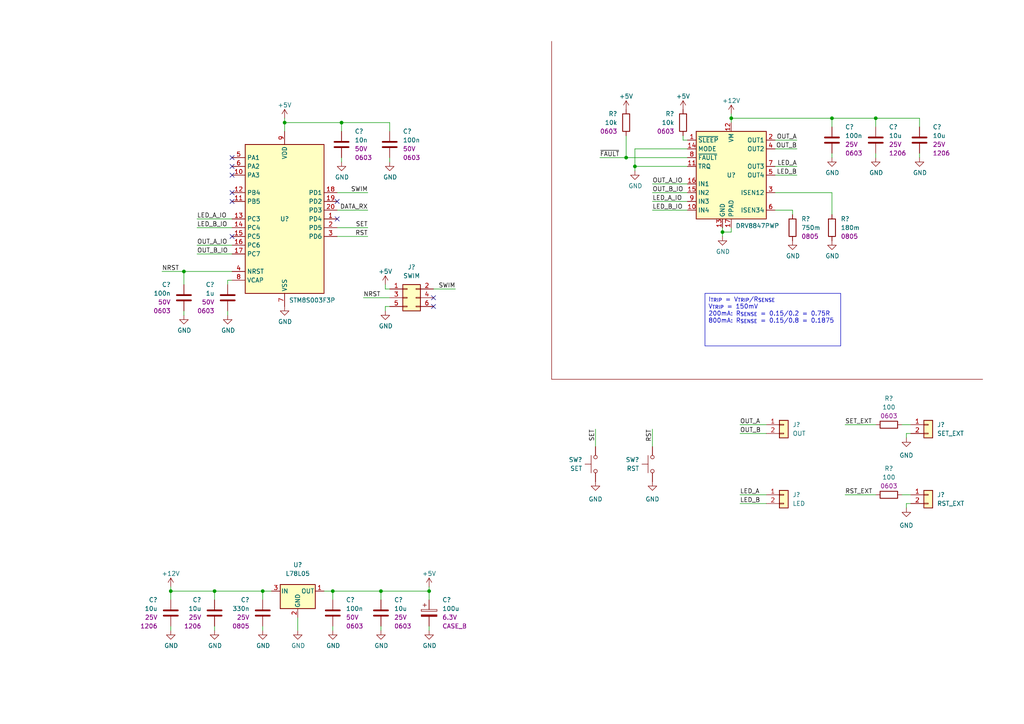
<source format=kicad_sch>
(kicad_sch (version 20230121) (generator eeschema)
  (paper "A4")
  (lib_symbols
    (symbol "+5V_1" (power) (pin_names (offset 0))
      (property "Value" "+5V_1" (at 0 3.556 0))
      (symbol "+5V_1_0_1"
        (polyline (pts (xy -0.762 1.27) (xy 0 2.54)))
        (polyline (pts (xy 0 0) (xy 0 2.54)))
        (polyline (pts (xy 0 2.54) (xy 0.762 1.27)))
      )
      (symbol "+5V_1_1_1"
        (pin power_in line (at 0 0 90) (length 0) hide (name "+5V") (number "1"))
      )
    )
    (symbol "Connector_Generic:Conn_01x02" (pin_names (offset 1.016) hide)
      (property "Reference" "J" (at 0 2.54 0))
      (property "Value" "Conn_01x02" (at 0 -5.08 0))
      (symbol "Conn_01x02_1_1"
        (rectangle (start -1.27 -2.413) (end 0 -2.667) (stroke (width 0.1524)))
        (rectangle (start -1.27 0.127) (end 0 -0.127) (stroke (width 0.1524)))
        (rectangle (start -1.27 1.27) (end 1.27 -3.81) (stroke (width 0.254)) (fill (type background)))
        (pin passive line (at -5.08 0 0) (length 3.81) (name "Pin_1") (number "1"))
        (pin passive line (at -5.08 -2.54 0) (length 3.81) (name "Pin_2") (number "2"))
      )
    )
    (symbol "Connector_Generic:Conn_02x03_Odd_Even" (pin_names (offset 1.016) hide)
      (property "Reference" "J" (at 1.27 5.08 0))
      (property "Value" "Conn_02x03_Odd_Even" (at 1.27 -5.08 0))
      (symbol "Conn_02x03_Odd_Even_1_1"
        (rectangle (start -1.27 -2.413) (end 0 -2.667) (stroke (width 0.1524)))
        (rectangle (start -1.27 0.127) (end 0 -0.127) (stroke (width 0.1524)))
        (rectangle (start -1.27 2.667) (end 0 2.413) (stroke (width 0.1524)))
        (rectangle (start -1.27 3.81) (end 3.81 -3.81) (stroke (width 0.254)) (fill (type background)))
        (rectangle (start 3.81 -2.413) (end 2.54 -2.667) (stroke (width 0.1524)))
        (rectangle (start 3.81 0.127) (end 2.54 -0.127) (stroke (width 0.1524)))
        (rectangle (start 3.81 2.667) (end 2.54 2.413) (stroke (width 0.1524)))
        (pin passive line (at -5.08 2.54 0) (length 3.81) (name "Pin_1") (number "1"))
        (pin passive line (at 7.62 2.54 180) (length 3.81) (name "Pin_2") (number "2"))
        (pin passive line (at -5.08 0 0) (length 3.81) (name "Pin_3") (number "3"))
        (pin passive line (at 7.62 0 180) (length 3.81) (name "Pin_4") (number "4"))
        (pin passive line (at -5.08 -2.54 0) (length 3.81) (name "Pin_5") (number "5"))
        (pin passive line (at 7.62 -2.54 180) (length 3.81) (name "Pin_6") (number "6"))
      )
    )
    (symbol "Device:C" (pin_numbers hide) (pin_names (offset 0.254))
      (property "Reference" "C" (at 0.635 2.54 0))
      (property "Value" "C" (at 0.635 -2.54 0))
      (symbol "C_0_1"
        (polyline (pts (xy -2.032 -0.762) (xy 2.032 -0.762)) (stroke (width 0.508)))
        (polyline (pts (xy -2.032 0.762) (xy 2.032 0.762)) (stroke (width 0.508)))
      )
      (symbol "C_1_1"
        (pin passive line (at 0 3.81 270) (length 2.794) (name "~") (number "1"))
        (pin passive line (at 0 -3.81 90) (length 2.794) (name "~") (number "2"))
      )
    )
    (symbol "Device:C_Polarized" (pin_numbers hide) (pin_names (offset 0.254))
      (property "Reference" "C" (at 0.635 2.54 0))
      (property "Value" "C_Polarized" (at 0.635 -2.54 0))
      (symbol "C_Polarized_0_1"
        (rectangle (start -2.286 0.508) (end 2.286 1.016))
        (polyline (pts (xy -1.778 2.286) (xy -0.762 2.286)))
        (polyline (pts (xy -1.27 2.794) (xy -1.27 1.778)))
        (rectangle (start 2.286 -0.508) (end -2.286 -1.016) (fill (type outline)))
      )
      (symbol "C_Polarized_1_1"
        (pin passive line (at 0 3.81 270) (length 2.794) (name "~") (number "1"))
        (pin passive line (at 0 -3.81 90) (length 2.794) (name "~") (number "2"))
      )
    )
    (symbol "Device:R" (pin_numbers hide) (pin_names (offset 0))
      (property "Reference" "R" (at 2.032 0 90))
      (property "Value" "R" (at 0 0 90))
      (symbol "R_0_1"
        (rectangle (start -1.016 -2.54) (end 1.016 2.54) (stroke (width 0.254)))
      )
      (symbol "R_1_1"
        (pin passive line (at 0 3.81 270) (length 1.27) (name "~") (number "1"))
        (pin passive line (at 0 -3.81 90) (length 1.27) (name "~") (number "2"))
      )
    )
    (symbol "Driver_Motor:DRV8847PWP"
      (property "Reference" "U" (at -8.89 13.97 0))
      (property "Value" "DRV8847PWP" (at 8.89 13.97 0))
      (symbol "DRV8847PWP_0_1"
        (rectangle (start -10.16 -12.7) (end 10.16 12.7) (stroke (width 0.254)) (fill (type background)))
      )
      (symbol "DRV8847PWP_1_1"
        (pin input line (at -12.7 10.16 0) (length 2.54) (name "~{SLEEP}") (number "1"))
        (pin input line (at -12.7 -10.16 0) (length 2.54) (name "IN4") (number "10"))
        (pin input line (at -12.7 2.54 0) (length 2.54) (name "TRQ") (number "11"))
        (pin power_in line (at 0 15.24 270) (length 2.54) (name "VM") (number "12"))
        (pin power_in line (at -2.54 -15.24 90) (length 2.54) (name "GND") (number "13"))
        (pin input line (at -12.7 7.62 0) (length 2.54) (name "MODE") (number "14"))
        (pin input line (at -12.7 -5.08 0) (length 2.54) (name "IN2") (number "15"))
        (pin input line (at -12.7 -2.54 0) (length 2.54) (name "IN1") (number "16"))
        (pin power_in line (at 0 -15.24 90) (length 2.54) (name "PPAD") (number "17"))
        (pin output line (at 12.7 10.16 180) (length 2.54) (name "OUT1") (number "2"))
        (pin passive line (at 12.7 -5.08 180) (length 2.54) (name "ISEN12") (number "3"))
        (pin output line (at 12.7 7.62 180) (length 2.54) (name "OUT2") (number "4"))
        (pin output line (at 12.7 0 180) (length 2.54) (name "OUT4") (number "5"))
        (pin passive line (at 12.7 -10.16 180) (length 2.54) (name "ISEN34") (number "6"))
        (pin output line (at 12.7 2.54 180) (length 2.54) (name "OUT3") (number "7"))
        (pin open_collector line (at -12.7 5.08 0) (length 2.54) (name "~{FAULT}") (number "8"))
        (pin input line (at -12.7 -7.62 0) (length 2.54) (name "IN3") (number "9"))
      )
    )
    (symbol "GND_1" (power) (pin_names (offset 0))
      (property "Value" "GND_1" (at 0 -3.81 0))
      (symbol "GND_1_0_1"
        (polyline (pts (xy 0 0) (xy 0 -1.27) (xy 1.27 -1.27) (xy 0 -2.54) (xy -1.27 -1.27) (xy 0 -1.27)))
      )
      (symbol "GND_1_1_1"
        (pin power_in line (at 0 0 270) (length 0) hide (name "GND") (number "1"))
      )
    )
    (symbol "GND_2" (power) (pin_names (offset 0))
      (property "Value" "GND_2" (at 0 -3.81 0))
      (symbol "GND_2_0_1"
        (polyline (pts (xy 0 0) (xy 0 -1.27) (xy 1.27 -1.27) (xy 0 -2.54) (xy -1.27 -1.27) (xy 0 -1.27)))
      )
      (symbol "GND_2_1_1"
        (pin power_in line (at 0 0 270) (length 0) hide (name "GND") (number "1"))
      )
    )
    (symbol "MCU_ST_STM8:STM8S003F3P"
      (property "Reference" "U" (at 1.27 25.4 0))
      (property "Value" "STM8S003F3P" (at 1.27 22.86 0))
      (symbol "STM8S003F3P_0_1"
        (rectangle (start -11.43 21.59) (end 11.43 -21.59) (stroke (width 0.254)) (fill (type background)))
      )
      (symbol "STM8S003F3P_1_1"
        (pin bidirectional line (at 15.24 0 180) (length 3.81) (name "PD4") (number "1"))
        (pin bidirectional line (at -15.24 12.7 0) (length 3.81) (name "PA3") (number "10"))
        (pin bidirectional line (at -15.24 5.08 0) (length 3.81) (name "PB5") (number "11"))
        (pin bidirectional line (at -15.24 7.62 0) (length 3.81) (name "PB4") (number "12"))
        (pin bidirectional line (at -15.24 0 0) (length 3.81) (name "PC3") (number "13"))
        (pin bidirectional line (at -15.24 -2.54 0) (length 3.81) (name "PC4") (number "14"))
        (pin bidirectional line (at -15.24 -5.08 0) (length 3.81) (name "PC5") (number "15"))
        (pin bidirectional line (at -15.24 -7.62 0) (length 3.81) (name "PC6") (number "16"))
        (pin bidirectional line (at -15.24 -10.16 0) (length 3.81) (name "PC7") (number "17"))
        (pin bidirectional line (at 15.24 7.62 180) (length 3.81) (name "PD1") (number "18"))
        (pin bidirectional line (at 15.24 5.08 180) (length 3.81) (name "PD2") (number "19"))
        (pin bidirectional line (at 15.24 -2.54 180) (length 3.81) (name "PD5") (number "2"))
        (pin bidirectional line (at 15.24 2.54 180) (length 3.81) (name "PD3") (number "20"))
        (pin bidirectional line (at 15.24 -5.08 180) (length 3.81) (name "PD6") (number "3"))
        (pin input line (at -15.24 -15.24 0) (length 3.81) (name "NRST") (number "4"))
        (pin bidirectional line (at -15.24 17.78 0) (length 3.81) (name "PA1") (number "5"))
        (pin bidirectional line (at -15.24 15.24 0) (length 3.81) (name "PA2") (number "6"))
        (pin power_in line (at 0 -25.4 90) (length 3.81) (name "VSS") (number "7"))
        (pin passive line (at -15.24 -17.78 0) (length 3.81) (name "VCAP") (number "8"))
        (pin power_in line (at 0 25.4 270) (length 3.81) (name "VDD") (number "9"))
      )
    )
    (symbol "Regulator_Linear:L78L05_SOT89" (pin_names (offset 0.254))
      (property "Reference" "U" (at -3.81 3.175 0))
      (property "Value" "L78L05_SOT89" (at -0.635 3.175 0))
      (symbol "L78L05_SOT89_0_1"
        (rectangle (start -5.08 1.905) (end 5.08 -5.08) (stroke (width 0.254)) (fill (type background)))
      )
      (symbol "L78L05_SOT89_1_1"
        (pin power_out line (at 7.62 0 180) (length 2.54) (name "OUT") (number "1"))
        (pin power_in line (at 0 -7.62 90) (length 2.54) (name "GND") (number "2"))
        (pin power_in line (at -7.62 0 0) (length 2.54) (name "IN") (number "3"))
      )
    )
    (symbol "Switch:SW_Push" (pin_numbers hide) (pin_names (offset 1.016) hide)
      (property "Reference" "SW" (at 1.27 2.54 0))
      (property "Value" "SW_Push" (at 0 -1.524 0))
      (symbol "SW_Push_0_1"
        (circle (center -2.032 0) (radius 0.508))
        (polyline (pts (xy 0 1.27) (xy 0 3.048)))
        (polyline (pts (xy 2.54 1.27) (xy -2.54 1.27)))
        (circle (center 2.032 0) (radius 0.508))
        (pin passive line (at -5.08 0 0) (length 2.54) (name "1") (number "1"))
        (pin passive line (at 5.08 0 180) (length 2.54) (name "2") (number "2"))
      )
    )
    (symbol "power:+12V" (power) (pin_names (offset 0))
      (property "Value" "+12V" (at 0 3.556 0))
      (symbol "+12V_0_1"
        (polyline (pts (xy -0.762 1.27) (xy 0 2.54)))
        (polyline (pts (xy 0 0) (xy 0 2.54)))
        (polyline (pts (xy 0 2.54) (xy 0.762 1.27)))
      )
      (symbol "+12V_1_1"
        (pin power_in line (at 0 0 90) (length 0) hide (name "+12V") (number "1"))
      )
    )
    (symbol "power:+5V" (power) (pin_names (offset 0))
      (property "Value" "+5V" (at 0 3.556 0))
      (symbol "+5V_0_1"
        (polyline (pts (xy -0.762 1.27) (xy 0 2.54)))
        (polyline (pts (xy 0 0) (xy 0 2.54)))
        (polyline (pts (xy 0 2.54) (xy 0.762 1.27)))
      )
      (symbol "+5V_1_1"
        (pin power_in line (at 0 0 90) (length 0) hide (name "+5V") (number "1"))
      )
    )
    (symbol "power:GND" (power) (pin_names (offset 0))
      (property "Value" "GND" (at 0 -3.81 0))
      (symbol "GND_0_1"
        (polyline (pts (xy 0 0) (xy 0 -1.27) (xy 1.27 -1.27) (xy 0 -2.54) (xy -1.27 -1.27) (xy 0 -1.27)))
      )
      (symbol "GND_1_1"
        (pin power_in line (at 0 0 270) (length 0) hide (name "GND") (number "1"))
      )
    )
  )
  (junction (at 53.34 78.74))
  (junction (at 184.15 48.26))
  (junction (at 110.49 171.45))
  (junction (at 82.55 35.56))
  (junction (at 96.52 171.45))
  (junction (at 212.09 34.29))
  (junction (at 62.23 171.45))
  (junction (at 76.2 171.45))
  (junction (at 254 34.29))
  (junction (at 181.61 45.72))
  (junction (at 209.55 67.31))
  (junction (at 49.53 171.45))
  (junction (at 124.46 171.45))
  (junction (at 241.3 34.29))
  (junction (at 99.06 35.56))
  (no_connect (at 67.31 45.72))
  (no_connect (at 125.73 86.36))
  (no_connect (at 125.73 88.9))
  (no_connect (at 67.31 58.42))
  (no_connect (at 67.31 50.8))
  (no_connect (at 67.31 55.88))
  (no_connect (at 67.31 68.58))
  (no_connect (at 97.79 63.5))
  (no_connect (at 67.31 48.26))
  (no_connect (at 97.79 58.42))
  (wire (pts (xy 241.3 55.88) (xy 241.3 62.23)))
  (wire (pts (xy 124.46 171.45) (xy 124.46 173.99)))
  (wire (pts (xy 266.7 44.45) (xy 266.7 45.72)))
  (wire (pts (xy 181.61 45.72) (xy 181.61 39.37)))
  (wire (pts (xy 96.52 171.45) (xy 110.49 171.45)))
  (wire (pts (xy 62.23 182.88) (xy 62.23 181.61)))
  (wire (pts (xy 254 34.29) (xy 254 36.83)))
  (wire (pts (xy 224.79 40.64) (xy 231.14 40.64)))
  (wire (pts (xy 82.55 35.56) (xy 82.55 38.1)))
  (wire (pts (xy 111.76 82.55) (xy 111.76 83.82)))
  (wire (pts (xy 241.3 44.45) (xy 241.3 45.72)))
  (wire (pts (xy 209.55 66.04) (xy 209.55 67.31)))
  (wire (pts (xy 110.49 181.61) (xy 110.49 182.88)))
  (wire (pts (xy 262.89 146.05) (xy 264.16 146.05)))
  (polyline (pts (xy 285.0134 110.0074) (xy 159.9946 110.0074)) (stroke (width 0) (color 132 0 0 1)))
  (wire (pts (xy 224.79 43.18) (xy 231.14 43.18)))
  (wire (pts (xy 57.15 73.66) (xy 67.31 73.66)))
  (wire (pts (xy 66.04 91.44) (xy 66.04 90.17)))
  (wire (pts (xy 224.79 55.88) (xy 241.3 55.88)))
  (wire (pts (xy 57.15 66.04) (xy 67.31 66.04)))
  (wire (pts (xy 214.63 123.19) (xy 222.25 123.19)))
  (wire (pts (xy 82.55 34.29) (xy 82.55 35.56)))
  (wire (pts (xy 93.98 171.45) (xy 96.52 171.45)))
  (wire (pts (xy 212.09 34.29) (xy 212.09 35.56)))
  (wire (pts (xy 46.99 78.74) (xy 53.34 78.74)))
  (wire (pts (xy 181.61 45.72) (xy 199.39 45.72)))
  (wire (pts (xy 49.53 182.88) (xy 49.53 181.61)))
  (wire (pts (xy 198.12 39.37) (xy 198.12 40.64)))
  (wire (pts (xy 110.49 171.45) (xy 124.46 171.45)))
  (wire (pts (xy 99.06 35.56) (xy 99.06 38.1)))
  (wire (pts (xy 189.23 53.34) (xy 199.39 53.34)))
  (wire (pts (xy 212.09 34.29) (xy 241.3 34.29)))
  (wire (pts (xy 62.23 171.45) (xy 62.23 173.99)))
  (wire (pts (xy 111.76 88.9) (xy 113.03 88.9)))
  (wire (pts (xy 241.3 34.29) (xy 254 34.29)))
  (wire (pts (xy 173.99 45.72) (xy 181.61 45.72)))
  (wire (pts (xy 53.34 91.44) (xy 53.34 90.17)))
  (wire (pts (xy 261.62 123.19) (xy 264.16 123.19)))
  (wire (pts (xy 224.79 60.96) (xy 229.87 60.96)))
  (wire (pts (xy 76.2 182.88) (xy 76.2 181.61)))
  (wire (pts (xy 82.55 35.56) (xy 99.06 35.56)))
  (wire (pts (xy 212.09 33.02) (xy 212.09 34.29)))
  (wire (pts (xy 96.52 171.45) (xy 96.52 173.99)))
  (wire (pts (xy 189.23 124.46) (xy 189.23 129.54)))
  (wire (pts (xy 245.11 143.51) (xy 254 143.51)))
  (wire (pts (xy 262.89 147.32) (xy 262.89 146.05)))
  (wire (pts (xy 76.2 171.45) (xy 78.74 171.45)))
  (wire (pts (xy 97.79 55.88) (xy 106.68 55.88)))
  (wire (pts (xy 57.15 63.5) (xy 67.31 63.5)))
  (wire (pts (xy 110.49 171.45) (xy 110.49 173.99)))
  (wire (pts (xy 229.87 60.96) (xy 229.87 62.23)))
  (wire (pts (xy 199.39 43.18) (xy 184.15 43.18)))
  (wire (pts (xy 184.15 48.26) (xy 199.39 48.26)))
  (wire (pts (xy 189.23 55.88) (xy 199.39 55.88)))
  (wire (pts (xy 86.36 182.88) (xy 86.36 179.07)))
  (wire (pts (xy 189.23 58.42) (xy 199.39 58.42)))
  (wire (pts (xy 254 44.45) (xy 254 45.72)))
  (wire (pts (xy 53.34 78.74) (xy 67.31 78.74)))
  (wire (pts (xy 254 34.29) (xy 266.7 34.29)))
  (wire (pts (xy 214.63 143.51) (xy 222.25 143.51)))
  (wire (pts (xy 67.31 81.28) (xy 66.04 81.28)))
  (wire (pts (xy 172.72 124.46) (xy 172.72 129.54)))
  (polyline (pts (xy 159.9946 11.9888) (xy 159.9946 110.0074)) (stroke (width 0) (color 132 0 0 1)))
  (wire (pts (xy 76.2 171.45) (xy 62.23 171.45)))
  (wire (pts (xy 49.53 171.45) (xy 62.23 171.45)))
  (wire (pts (xy 97.79 68.58) (xy 106.68 68.58)))
  (wire (pts (xy 76.2 171.45) (xy 76.2 173.99)))
  (wire (pts (xy 262.89 127) (xy 262.89 125.73)))
  (wire (pts (xy 49.53 170.18) (xy 49.53 171.45)))
  (wire (pts (xy 111.76 90.17) (xy 111.76 88.9)))
  (wire (pts (xy 184.15 43.18) (xy 184.15 48.26)))
  (wire (pts (xy 97.79 66.04) (xy 106.68 66.04)))
  (wire (pts (xy 113.03 45.72) (xy 113.03 46.99)))
  (wire (pts (xy 209.55 67.31) (xy 209.55 68.58)))
  (wire (pts (xy 184.15 48.26) (xy 184.15 49.53)))
  (wire (pts (xy 262.89 125.73) (xy 264.16 125.73)))
  (wire (pts (xy 53.34 82.55) (xy 53.34 78.74)))
  (wire (pts (xy 124.46 170.18) (xy 124.46 171.45)))
  (wire (pts (xy 266.7 34.29) (xy 266.7 36.83)))
  (wire (pts (xy 224.79 48.26) (xy 231.14 48.26)))
  (wire (pts (xy 105.41 86.36) (xy 113.03 86.36)))
  (wire (pts (xy 209.55 67.31) (xy 212.09 67.31)))
  (wire (pts (xy 96.52 181.61) (xy 96.52 182.88)))
  (wire (pts (xy 49.53 171.45) (xy 49.53 173.99)))
  (wire (pts (xy 224.79 50.8) (xy 231.14 50.8)))
  (wire (pts (xy 189.23 60.96) (xy 199.39 60.96)))
  (wire (pts (xy 125.73 83.82) (xy 132.08 83.82)))
  (wire (pts (xy 212.09 66.04) (xy 212.09 67.31)))
  (wire (pts (xy 113.03 35.56) (xy 113.03 38.1)))
  (wire (pts (xy 57.15 71.12) (xy 67.31 71.12)))
  (wire (pts (xy 198.12 40.64) (xy 199.39 40.64)))
  (wire (pts (xy 245.11 123.19) (xy 254 123.19)))
  (wire (pts (xy 99.06 35.56) (xy 113.03 35.56)))
  (wire (pts (xy 111.76 83.82) (xy 113.03 83.82)))
  (wire (pts (xy 241.3 34.29) (xy 241.3 36.83)))
  (wire (pts (xy 124.46 182.88) (xy 124.46 181.61)))
  (wire (pts (xy 261.62 143.51) (xy 264.16 143.51)))
  (wire (pts (xy 66.04 82.55) (xy 66.04 81.28)))
  (wire (pts (xy 99.06 45.72) (xy 99.06 46.99)))
  (wire (pts (xy 214.63 125.73) (xy 222.25 125.73)))
  (wire (pts (xy 97.79 60.96) (xy 106.68 60.96)))
  (wire (pts (xy 214.63 146.05) (xy 222.25 146.05)))
  (text_box "I_{TRIP} = V_{TRIP}/R_{SENSE}\nV_{TRIP} = 150mV\n200mA: R_{SENSE} = 0.15/0.2 = 0.75R\n800mA: R_{SENSE} = 0.15/0.8 = 0.1875" (at 204.47 85.09 0) (size 39.37 15.24) (effects (font (size 1.27 1.27)) (justify left top)))
  (label "LED_A_IO" (at 57.15 63.5 0))
  (label "OUT_B_IO" (at 57.15 73.66 0))
  (label "SWIM" (at 106.68 55.88 180))
  (label "RST_EXT" (at 245.11 143.51 0))
  (label "LED_A" (at 231.14 48.26 180))
  (label "SET_EXT" (at 245.11 123.19 0))
  (label "OUT_A" (at 214.63 123.19 0))
  (label "OUT_A" (at 231.14 40.64 180))
  (label "OUT_B_IO" (at 189.23 55.88 0))
  (label "SET" (at 172.72 124.46 270))
  (label "NRST" (at 46.99 78.74 0))
  (label "LED_A" (at 214.63 143.51 0))
  (label "OUT_B" (at 231.14 43.18 180))
  (label "LED_A_IO" (at 189.23 58.42 0))
  (label "LED_B" (at 231.14 50.8 180))
  (label "LED_B" (at 214.63 146.05 0))
  (label "LED_B_IO" (at 189.23 60.96 0))
  (label "RST" (at 189.23 124.46 270))
  (label "SWIM" (at 132.08 83.82 180))
  (label "NRST" (at 105.41 86.36 0))
  (label "OUT_B" (at 214.63 125.73 0))
  (label "LED_B_IO" (at 57.15 66.04 0))
  (label "OUT_A_IO" (at 57.15 71.12 0))
  (label "~{FAULT}" (at 173.99 45.72 0))
  (label "RST" (at 106.68 68.58 180))
  (label "DATA_RX" (at 106.68 60.96 180))
  (label "SET" (at 106.68 66.04 180))
  (label "OUT_A_IO" (at 189.23 53.34 0))
  (symbol (lib_id "power:GND") (at 53.34 91.44 0) (unit 1)
    (property "Reference" "#PWR07" (effects hide))
    (property "Value" "GND" (at 53.467 95.8342 0))
  )
  (symbol (lib_name "+5V_1") (lib_id "power:+5V") (at 181.61 31.75 0) (unit 1)
    (property "Reference" "#PWR016" (effects hide))
    (property "Value" "+5V" (at 181.61 27.94 0))
  )
  (symbol (lib_id "Device:R") (at 181.61 35.56 0) (mirror y) (unit 1)
    (property "Reference" "R?" (at 179.07 33.02 0) (effects (justify left)))
    (property "Value" "10k" (at 179.07 35.56 0) (effects (justify left)))
    (property "Package" "0603" (at 179.07 38.1 0) (effects (justify left)))
  )
  (symbol (lib_id "Device:R") (at 257.81 143.51 90) (unit 1)
    (property "Reference" "R?" (at 257.81 135.89 90))
    (property "Value" "100" (at 257.81 138.43 90))
    (property "Package" "0603" (at 257.81 140.97 90))
  )
  (symbol (lib_id "Device:C") (at 113.03 41.91 0) (unit 1)
    (property "Reference" "C?" (at 116.84 38.1 0) (effects (justify left)))
    (property "Value" "100n" (at 116.84 40.64 0) (effects (justify left)))
    (property "Footprint" "Decoder_Footprints:C_0603" (effects hide))
    (property "LCSC" "C14663" (effects hide))
    (property "Package" "0603" (at 116.84 45.72 0) (effects (justify left)))
    (property "Voltage" "50V" (at 116.84 43.18 0) (effects (justify left)))
  )
  (symbol (lib_id "power:GND") (at 76.2 182.88 0) (unit 1)
    (property "Reference" "#PWR025" (effects hide))
    (property "Value" "GND" (at 76.327 187.2742 0))
  )
  (symbol (lib_id "Switch:SW_Push") (at 172.72 134.62 90) (mirror x) (unit 1)
    (property "Reference" "SW?" (at 168.91 133.35 90) (effects (justify left)))
    (property "Value" "SET" (at 168.91 135.89 90) (effects (justify left)))
  )
  (symbol (lib_id "power:GND") (at 241.3 69.85 0) (unit 1)
    (property "Reference" "#PWR015" (effects hide))
    (property "Value" "GND" (at 241.427 74.2442 0))
  )
  (symbol (lib_name "GND_2") (lib_id "power:GND") (at 262.89 127 0) (unit 1)
    (property "Reference" "#PWR031" (effects hide))
    (property "Value" "GND" (at 262.89 132.08 0))
  )
  (symbol (lib_id "Regulator_Linear:L78L05_SOT89") (at 86.36 171.45 0) (unit 1)
    (property "Reference" "U?" (at 86.36 163.83 0))
    (property "Value" "L78L05" (at 86.36 166.37 0))
    (property "Footprint" "Decoder_Footprints:U_SOT-89-3" (effects hide))
    (property "Datasheet" "http://www.st.com/content/ccc/resource/technical/document/datasheet/15/55/e5/aa/23/5b/43/fd/CD00000446.pdf/files/CD00000446.pdf/jcr:content/translations/en.CD00000446.pdf" (effects hide))
    (property "LCSC" "C71136" (effects hide))
  )
  (symbol (lib_id "Driver_Motor:DRV8847PWP") (at 212.09 50.8 0) (unit 1)
    (property "Reference" "U?" (at 212.09 50.8 0))
    (property "Value" "DRV8847PWP" (at 213.36 64.77 0) (effects (justify left top)))
    (property "Footprint" "Package_SO:HTSSOP-16-1EP_4.4x5mm_P0.65mm_EP3.4x5mm_Mask2.46x2.31mm_ThermalVias" (effects hide))
    (property "Datasheet" "https://www.ti.com/lit/ds/symlink/drv8847.pdf" (effects hide))
  )
  (symbol (lib_id "Switch:SW_Push") (at 189.23 134.62 90) (mirror x) (unit 1)
    (property "Reference" "SW?" (at 185.42 133.35 90) (effects (justify left)))
    (property "Value" "RST" (at 185.42 135.89 90) (effects (justify left)))
  )
  (symbol (lib_id "Device:C") (at 110.49 177.8 0) (unit 1)
    (property "Reference" "C?" (at 114.3 173.99 0) (effects (justify left)))
    (property "Value" "10u" (at 114.3 176.53 0) (effects (justify left)))
    (property "Footprint" "Decoder_Footprints:C_0603" (effects hide))
    (property "LCSC" "C14663" (effects hide))
    (property "Package" "0603" (at 114.3 181.61 0) (effects (justify left)))
    (property "Voltage" "25V" (at 114.3 179.07 0) (effects (justify left)))
  )
  (symbol (lib_id "power:GND") (at 99.06 46.99 0) (unit 1)
    (property "Reference" "#PWR03" (effects hide))
    (property "Value" "GND" (at 99.187 51.3842 0))
  )
  (symbol (lib_id "Device:C") (at 76.2 177.8 0) (mirror y) (unit 1)
    (property "Reference" "C?" (at 72.39 173.99 0) (effects (justify left)))
    (property "Value" "330n" (at 72.39 176.53 0) (effects (justify left)))
    (property "Footprint" "Decoder_Footprints:C_0603" (effects hide))
    (property "LCSC" "C14663" (effects hide))
    (property "Package" "0805" (at 72.39 181.61 0) (effects (justify left)))
    (property "Voltage" "25V" (at 72.39 179.07 0) (effects (justify left)))
  )
  (symbol (lib_id "Device:R") (at 241.3 66.04 0) (unit 1)
    (property "Reference" "R?" (at 243.84 63.5 0) (effects (justify left)))
    (property "Value" "180m" (at 243.84 66.04 0) (effects (justify left)))
    (property "Package" "0805" (at 243.84 68.58 0) (effects (justify left)))
  )
  (symbol (lib_name "+5V_1") (lib_id "power:+5V") (at 198.12 31.75 0) (unit 1)
    (property "Reference" "#PWR017" (effects hide))
    (property "Value" "+5V" (at 198.12 27.94 0))
  )
  (symbol (lib_id "Device:C_Polarized") (at 124.46 177.8 0) (unit 1)
    (property "Reference" "C?" (at 128.27 173.99 0) (effects (justify left)))
    (property "Value" "100u" (at 128.27 176.53 0) (effects (justify left)))
    (property "Footprint" "Decoder_Footprints:CP_1210_CASE_B" (effects hide))
    (property "LCSC" "C16133" (effects hide))
    (property "Voltage" "6.3V" (at 128.27 179.07 0) (effects (justify left)))
    (property "Package" "CASE_B" (at 128.27 181.61 0) (effects (justify left)))
  )
  (symbol (lib_id "Connector_Generic:Conn_02x03_Odd_Even") (at 118.11 86.36 0) (unit 1) (in_bom no)
    (property "Reference" "J?" (at 119.38 77.47 0))
    (property "Value" "SWIM" (at 119.38 80.01 0))
    (property "Footprint" "Decoder_Footprints:J_Stamp_Attach" (effects hide))
  )
  (symbol (lib_id "power:GND") (at 110.49 182.88 0) (unit 1)
    (property "Reference" "#PWR028" (effects hide))
    (property "Value" "GND" (at 110.617 187.2742 0))
  )
  (symbol (lib_id "power:GND") (at 241.3 45.72 0) (unit 1)
    (property "Reference" "#PWR011" (effects hide))
    (property "Value" "GND" (at 241.427 50.1142 0))
  )
  (symbol (lib_id "power:GND") (at 124.46 182.88 0) (unit 1)
    (property "Reference" "#PWR030" (effects hide))
    (property "Value" "GND" (at 124.587 187.2742 0))
  )
  (symbol (lib_id "power:GND") (at 86.36 182.88 0) (unit 1)
    (property "Reference" "#PWR027" (effects hide))
    (property "Value" "GND" (at 86.487 187.2742 0))
  )
  (symbol (lib_id "power:+5V") (at 111.76 82.55 0) (unit 1)
    (property "Reference" "#PWR02" (effects hide))
    (property "Value" "+5V" (at 111.76 78.74 0))
  )
  (symbol (lib_id "Device:R") (at 198.12 35.56 0) (mirror y) (unit 1)
    (property "Reference" "R?" (at 195.58 33.02 0) (effects (justify left)))
    (property "Value" "10k" (at 195.58 35.56 0) (effects (justify left)))
    (property "Package" "0603" (at 195.58 38.1 0) (effects (justify left)))
  )
  (symbol (lib_id "Device:C") (at 99.06 41.91 0) (unit 1)
    (property "Reference" "C?" (at 102.87 38.1 0) (effects (justify left)))
    (property "Value" "10n" (at 102.87 40.64 0) (effects (justify left)))
    (property "Footprint" "Decoder_Footprints:C_0603" (effects hide))
    (property "LCSC" "C14663" (effects hide))
    (property "Package" "0603" (at 102.87 45.72 0) (effects (justify left)))
    (property "Voltage" "50V" (at 102.87 43.18 0) (effects (justify left)))
  )
  (symbol (lib_id "Device:C") (at 66.04 86.36 0) (mirror y) (unit 1)
    (property "Reference" "C?" (at 62.23 82.55 0) (effects (justify left)))
    (property "Value" "1u" (at 62.23 85.09 0) (effects (justify left)))
    (property "Footprint" "Decoder_Footprints:C_0603" (effects hide))
    (property "LCSC" "C14663" (effects hide))
    (property "Package" "0603" (at 62.23 90.17 0) (effects (justify left)))
    (property "Voltage" "50V" (at 62.23 87.63 0) (effects (justify left)))
  )
  (symbol (lib_id "Device:C") (at 49.53 177.8 0) (mirror y) (unit 1)
    (property "Reference" "C?" (at 45.72 173.99 0) (effects (justify left)))
    (property "Value" "10u" (at 45.72 176.53 0) (effects (justify left)))
    (property "Footprint" "Decoder_Footprints:C_0603" (effects hide))
    (property "LCSC" "C14663" (effects hide))
    (property "Package" "1206" (at 45.72 181.61 0) (effects (justify left)))
    (property "Voltage" "25V" (at 45.72 179.07 0) (effects (justify left)))
  )
  (symbol (lib_id "power:+12V") (at 49.53 170.18 0) (unit 1)
    (property "Reference" "#PWR021" (effects hide))
    (property "Value" "+12V" (at 49.53 166.37 0))
  )
  (symbol (lib_id "power:GND") (at 266.7 45.72 0) (unit 1)
    (property "Reference" "#PWR013" (effects hide))
    (property "Value" "GND" (at 266.827 50.1142 0))
  )
  (symbol (lib_id "power:GND") (at 66.04 91.44 0) (unit 1)
    (property "Reference" "#PWR08" (effects hide))
    (property "Value" "GND" (at 66.167 95.8342 0))
  )
  (symbol (lib_id "power:+5V") (at 82.55 34.29 0) (unit 1)
    (property "Reference" "#PWR01" (effects hide))
    (property "Value" "+5V" (at 82.55 30.48 0))
  )
  (symbol (lib_id "power:GND") (at 184.15 49.53 0) (unit 1)
    (property "Reference" "#PWR018" (effects hide))
    (property "Value" "GND" (at 184.277 53.9242 0))
  )
  (symbol (lib_id "power:GND") (at 111.76 90.17 0) (unit 1)
    (property "Reference" "#PWR05" (effects hide))
    (property "Value" "GND" (at 111.887 94.5642 0))
  )
  (symbol (lib_name "GND_1") (lib_id "power:GND") (at 172.72 139.7 0) (mirror y) (unit 1)
    (property "Reference" "#PWR019" (effects hide))
    (property "Value" "GND" (at 172.72 144.78 0))
  )
  (symbol (lib_id "Device:C") (at 62.23 177.8 0) (mirror y) (unit 1)
    (property "Reference" "C?" (at 58.42 173.99 0) (effects (justify left)))
    (property "Value" "10u" (at 58.42 176.53 0) (effects (justify left)))
    (property "Footprint" "Decoder_Footprints:C_0603" (effects hide))
    (property "LCSC" "C14663" (effects hide))
    (property "Package" "1206" (at 58.42 181.61 0) (effects (justify left)))
    (property "Voltage" "25V" (at 58.42 179.07 0) (effects (justify left)))
  )
  (symbol (lib_id "MCU_ST_STM8:STM8S003F3P") (at 82.55 63.5 0) (unit 1)
    (property "Reference" "U?" (at 82.55 63.5 0))
    (property "Value" "STM8S003F3P" (at 83.82 86.36 0) (effects (justify left top)))
    (property "Footprint" "Decoder_Footprints:U_TSSOP-20" (effects hide))
    (property "Datasheet" "http://www.st.com/st-web-ui/static/active/en/resource/technical/document/datasheet/DM00024550.pdf" (effects hide))
    (property "LCSC" "C52717" (effects hide))
  )
  (symbol (lib_id "power:GND") (at 254 45.72 0) (unit 1)
    (property "Reference" "#PWR012" (effects hide))
    (property "Value" "GND" (at 254.127 50.1142 0))
  )
  (symbol (lib_id "power:GND") (at 62.23 182.88 0) (unit 1)
    (property "Reference" "#PWR023" (effects hide))
    (property "Value" "GND" (at 62.357 187.2742 0))
  )
  (symbol (lib_id "Device:C") (at 96.52 177.8 0) (unit 1)
    (property "Reference" "C?" (at 100.33 173.99 0) (effects (justify left)))
    (property "Value" "100n" (at 100.33 176.53 0) (effects (justify left)))
    (property "Footprint" "Decoder_Footprints:C_0603" (effects hide))
    (property "LCSC" "C14663" (effects hide))
    (property "Package" "0603" (at 100.33 181.61 0) (effects (justify left)))
    (property "Voltage" "50V" (at 100.33 179.07 0) (effects (justify left)))
  )
  (symbol (lib_id "power:+12V") (at 212.09 33.02 0) (unit 1)
    (property "Reference" "#PWR010" (effects hide))
    (property "Value" "+12V" (at 212.09 29.21 0))
  )
  (symbol (lib_id "power:GND") (at 96.52 182.88 0) (unit 1)
    (property "Reference" "#PWR026" (effects hide))
    (property "Value" "GND" (at 96.647 187.2742 0))
  )
  (symbol (lib_id "power:GND") (at 49.53 182.88 0) (unit 1)
    (property "Reference" "#PWR024" (effects hide))
    (property "Value" "GND" (at 49.657 187.2742 0))
  )
  (symbol (lib_id "power:GND") (at 229.87 69.85 0) (unit 1)
    (property "Reference" "#PWR014" (effects hide))
    (property "Value" "GND" (at 229.997 74.2442 0))
  )
  (symbol (lib_id "Connector_Generic:Conn_01x02") (at 227.33 123.19 0) (unit 1)
    (property "Reference" "J?" (at 229.87 123.19 0) (effects (justify left)))
    (property "Value" "OUT" (at 229.87 125.73 0) (effects (justify left)))
  )
  (symbol (lib_id "Device:C") (at 266.7 40.64 0) (unit 1)
    (property "Reference" "C?" (at 270.51 36.83 0) (effects (justify left)))
    (property "Value" "10u" (at 270.51 39.37 0) (effects (justify left)))
    (property "Footprint" "Decoder_Footprints:C_0603" (effects hide))
    (property "LCSC" "C14663" (effects hide))
    (property "Package" "1206" (at 270.51 44.45 0) (effects (justify left)))
    (property "Voltage" "25V" (at 270.51 41.91 0) (effects (justify left)))
  )
  (symbol (lib_name "+5V_1") (lib_id "power:+5V") (at 124.46 170.18 0) (unit 1)
    (property "Reference" "#PWR022" (effects hide))
    (property "Value" "+5V" (at 124.46 166.37 0))
  )
  (symbol (lib_id "power:GND") (at 209.55 68.58 0) (unit 1)
    (property "Reference" "#PWR09" (effects hide))
    (property "Value" "GND" (at 209.677 72.9742 0))
  )
  (symbol (lib_id "Device:R") (at 229.87 66.04 0) (unit 1)
    (property "Reference" "R?" (at 232.41 63.5 0) (effects (justify left)))
    (property "Value" "750m" (at 232.41 66.04 0) (effects (justify left)))
    (property "Package" "0805" (at 232.41 68.58 0) (effects (justify left)))
  )
  (symbol (lib_name "GND_1") (lib_id "power:GND") (at 189.23 139.7 0) (mirror y) (unit 1)
    (property "Reference" "#PWR020" (effects hide))
    (property "Value" "GND" (at 189.23 144.78 0))
  )
  (symbol (lib_id "Device:C") (at 254 40.64 0) (unit 1)
    (property "Reference" "C?" (at 257.81 36.83 0) (effects (justify left)))
    (property "Value" "10u" (at 257.81 39.37 0) (effects (justify left)))
    (property "Footprint" "Decoder_Footprints:C_0603" (effects hide))
    (property "LCSC" "C14663" (effects hide))
    (property "Package" "1206" (at 257.81 44.45 0) (effects (justify left)))
    (property "Voltage" "25V" (at 257.81 41.91 0) (effects (justify left)))
  )
  (symbol (lib_name "GND_2") (lib_id "power:GND") (at 262.89 147.32 0) (unit 1)
    (property "Reference" "#PWR029" (effects hide))
    (property "Value" "GND" (at 262.89 152.4 0))
  )
  (symbol (lib_id "Connector_Generic:Conn_01x02") (at 227.33 143.51 0) (unit 1)
    (property "Reference" "J?" (at 229.87 143.51 0) (effects (justify left)))
    (property "Value" "LED" (at 229.87 146.05 0) (effects (justify left)))
  )
  (symbol (lib_id "power:GND") (at 82.55 88.9 0) (unit 1)
    (property "Reference" "#PWR06" (effects hide))
    (property "Value" "GND" (at 82.677 93.2942 0))
  )
  (symbol (lib_id "Device:R") (at 257.81 123.19 90) (unit 1)
    (property "Reference" "R?" (at 257.81 115.57 90))
    (property "Value" "100" (at 257.81 118.11 90))
    (property "Package" "0603" (at 257.81 120.65 90))
  )
  (symbol (lib_id "Connector_Generic:Conn_01x02") (at 269.24 143.51 0) (unit 1)
    (property "Reference" "J?" (at 271.78 143.51 0) (effects (justify left)))
    (property "Value" "RST_EXT" (at 271.78 146.05 0) (effects (justify left)))
  )
  (symbol (lib_id "Connector_Generic:Conn_01x02") (at 269.24 123.19 0) (unit 1)
    (property "Reference" "J?" (at 271.78 123.19 0) (effects (justify left)))
    (property "Value" "SET_EXT" (at 271.78 125.73 0) (effects (justify left)))
  )
  (symbol (lib_id "Device:C") (at 241.3 40.64 0) (unit 1)
    (property "Reference" "C?" (at 245.11 36.83 0) (effects (justify left)))
    (property "Value" "100n" (at 245.11 39.37 0) (effects (justify left)))
    (property "Footprint" "Decoder_Footprints:C_0603" (effects hide))
    (property "LCSC" "C14663" (effects hide))
    (property "Package" "0603" (at 245.11 44.45 0) (effects (justify left)))
    (property "Voltage" "25V" (at 245.11 41.91 0) (effects (justify left)))
  )
  (symbol (lib_id "power:GND") (at 113.03 46.99 0) (unit 1)
    (property "Reference" "#PWR04" (effects hide))
    (property "Value" "GND" (at 113.157 51.3842 0))
  )
  (symbol (lib_id "Device:C") (at 53.34 86.36 0) (mirror y) (unit 1)
    (property "Reference" "C?" (at 49.53 82.55 0) (effects (justify left)))
    (property "Value" "100n" (at 49.53 85.09 0) (effects (justify left)))
    (property "Footprint" "Decoder_Footprints:C_0603" (effects hide))
    (property "LCSC" "C14663" (effects hide))
    (property "Package" "0603" (at 49.53 90.17 0) (effects (justify left)))
    (property "Voltage" "50V" (at 49.53 87.63 0) (effects (justify left)))
  )
)
</source>
